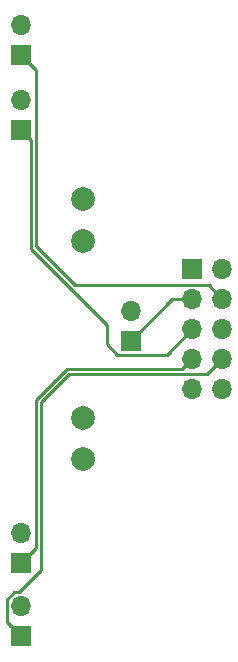
<source format=gbl>
G04 #@! TF.GenerationSoftware,KiCad,Pcbnew,(5.1.6-0-10_14)*
G04 #@! TF.CreationDate,2020-08-07T14:52:54+09:00*
G04 #@! TF.ProjectId,con_lid_2x8,636f6e5f-6c69-4645-9f32-78382e6b6963,rev?*
G04 #@! TF.SameCoordinates,Original*
G04 #@! TF.FileFunction,Copper,L2,Bot*
G04 #@! TF.FilePolarity,Positive*
%FSLAX46Y46*%
G04 Gerber Fmt 4.6, Leading zero omitted, Abs format (unit mm)*
G04 Created by KiCad (PCBNEW (5.1.6-0-10_14)) date 2020-08-07 14:52:54*
%MOMM*%
%LPD*%
G01*
G04 APERTURE LIST*
G04 #@! TA.AperFunction,ComponentPad*
%ADD10R,1.700000X1.700000*%
G04 #@! TD*
G04 #@! TA.AperFunction,ComponentPad*
%ADD11O,1.700000X1.700000*%
G04 #@! TD*
G04 #@! TA.AperFunction,ComponentPad*
%ADD12C,2.000000*%
G04 #@! TD*
G04 #@! TA.AperFunction,Conductor*
%ADD13C,0.250000*%
G04 #@! TD*
G04 APERTURE END LIST*
D10*
G04 #@! TO.P,T1,1*
G04 #@! TO.N,THERM1*
X122730000Y-69820000D03*
D11*
G04 #@! TO.P,T1,2*
G04 #@! TO.N,THERM_GND*
X122730000Y-67280000D03*
G04 #@! TD*
G04 #@! TO.P,T2,2*
G04 #@! TO.N,THERM_GND*
X122730000Y-73630000D03*
D10*
G04 #@! TO.P,T2,1*
G04 #@! TO.N,THERM2*
X122730000Y-76170000D03*
G04 #@! TD*
G04 #@! TO.P,T3,1*
G04 #@! TO.N,THERM3*
X122730000Y-112790000D03*
D11*
G04 #@! TO.P,T3,2*
G04 #@! TO.N,THERM_GND*
X122730000Y-110250000D03*
G04 #@! TD*
G04 #@! TO.P,T4,2*
G04 #@! TO.N,THERM_GND*
X122730000Y-116460000D03*
D10*
G04 #@! TO.P,T4,1*
G04 #@! TO.N,THERM4*
X122730000Y-119000000D03*
G04 #@! TD*
D11*
G04 #@! TO.P,U1,10*
G04 #@! TO.N,HEATER2B*
X139780000Y-98080000D03*
G04 #@! TO.P,U1,9*
G04 #@! TO.N,HEATER2A*
X137240000Y-98080000D03*
G04 #@! TO.P,U1,8*
G04 #@! TO.N,THERM4*
X139780000Y-95540000D03*
G04 #@! TO.P,U1,7*
G04 #@! TO.N,THERM3*
X137240000Y-95540000D03*
G04 #@! TO.P,U1,6*
G04 #@! TO.N,THERM_GND*
X139780000Y-93000000D03*
G04 #@! TO.P,U1,5*
G04 #@! TO.N,THERM2*
X137240000Y-93000000D03*
G04 #@! TO.P,U1,4*
G04 #@! TO.N,THERM1*
X139780000Y-90460000D03*
G04 #@! TO.P,U1,3*
G04 #@! TO.N,AIR*
X137240000Y-90460000D03*
G04 #@! TO.P,U1,2*
G04 #@! TO.N,HEATER1B*
X139780000Y-87920000D03*
D10*
G04 #@! TO.P,U1,1*
G04 #@! TO.N,HEATER1A*
X137240000Y-87920000D03*
G04 #@! TD*
D12*
G04 #@! TO.P,H1,1*
G04 #@! TO.N,HEATER1A*
X128000000Y-82000000D03*
G04 #@! TO.P,H1,2*
G04 #@! TO.N,HEATER1B*
X128000000Y-85500000D03*
G04 #@! TD*
G04 #@! TO.P,H2,2*
G04 #@! TO.N,HEATER2B*
X128000000Y-104000000D03*
G04 #@! TO.P,H2,1*
G04 #@! TO.N,HEATER2A*
X128000000Y-100500000D03*
G04 #@! TD*
D11*
G04 #@! TO.P,TAIR1,2*
G04 #@! TO.N,THERM_GND*
X132000000Y-91460000D03*
D10*
G04 #@! TO.P,TAIR1,1*
G04 #@! TO.N,AIR*
X132000000Y-94000000D03*
G04 #@! TD*
D13*
G04 #@! TO.N,AIR*
X135540000Y-90460000D02*
X132000000Y-94000000D01*
X137240000Y-90460000D02*
X135540000Y-90460000D01*
G04 #@! TO.N,THERM1*
X138604999Y-89284999D02*
X127284999Y-89284999D01*
X139780000Y-90460000D02*
X138604999Y-89284999D01*
X127284999Y-89284999D02*
X124000000Y-86000000D01*
X124000000Y-71090000D02*
X122730000Y-69820000D01*
X124000000Y-86000000D02*
X124000000Y-71090000D01*
G04 #@! TO.N,THERM2*
X123549990Y-86186400D02*
X123549990Y-76989990D01*
X130000000Y-92636410D02*
X123549990Y-86186400D01*
X130000000Y-94285002D02*
X130000000Y-92636410D01*
X130889999Y-95175001D02*
X130000000Y-94285002D01*
X123549990Y-76989990D02*
X122730000Y-76170000D01*
X135064999Y-95175001D02*
X130889999Y-95175001D01*
X137240000Y-93000000D02*
X135064999Y-95175001D01*
G04 #@! TO.N,THERM3*
X137240000Y-95540000D02*
X136780000Y-96000000D01*
X136390001Y-96389999D02*
X126610001Y-96389999D01*
X137240000Y-95540000D02*
X136390001Y-96389999D01*
X126610001Y-96389999D02*
X124000000Y-99000000D01*
X124000000Y-111520000D02*
X122730000Y-112790000D01*
X124000000Y-99000000D02*
X124000000Y-111520000D01*
G04 #@! TO.N,THERM4*
X138479991Y-96840009D02*
X126796401Y-96840009D01*
X139780000Y-95540000D02*
X138479991Y-96840009D01*
X126796401Y-96840009D02*
X124450010Y-99186400D01*
X121554999Y-117824999D02*
X122730000Y-119000000D01*
X121554999Y-115895999D02*
X121554999Y-117824999D01*
X122165999Y-115284999D02*
X121554999Y-115895999D01*
X122520003Y-115284999D02*
X122165999Y-115284999D01*
X124450009Y-113354993D02*
X122520003Y-115284999D01*
X124450010Y-99186400D02*
X124450009Y-113354993D01*
G04 #@! TD*
M02*

</source>
